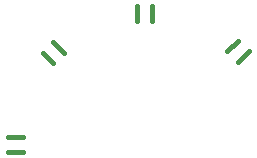
<source format=gto>
G04*
G04 #@! TF.GenerationSoftware,Altium Limited,Altium Designer,18.0.12 (696)*
G04*
G04 Layer_Color=65535*
%FSLAX25Y25*%
%MOIN*%
G70*
G01*
G75*
%ADD10C,0.01575*%
D10*
X157965Y161500D02*
X161500Y165035D01*
X161500Y157965D02*
X165035Y161500D01*
X96465Y161000D02*
X100000Y157465D01*
X100000Y164535D02*
X103535Y161000D01*
X128000Y171500D02*
Y176500D01*
X133000Y171500D02*
Y176500D01*
X85000Y128000D02*
X90000D01*
X85000Y133000D02*
X90000D01*
M02*

</source>
